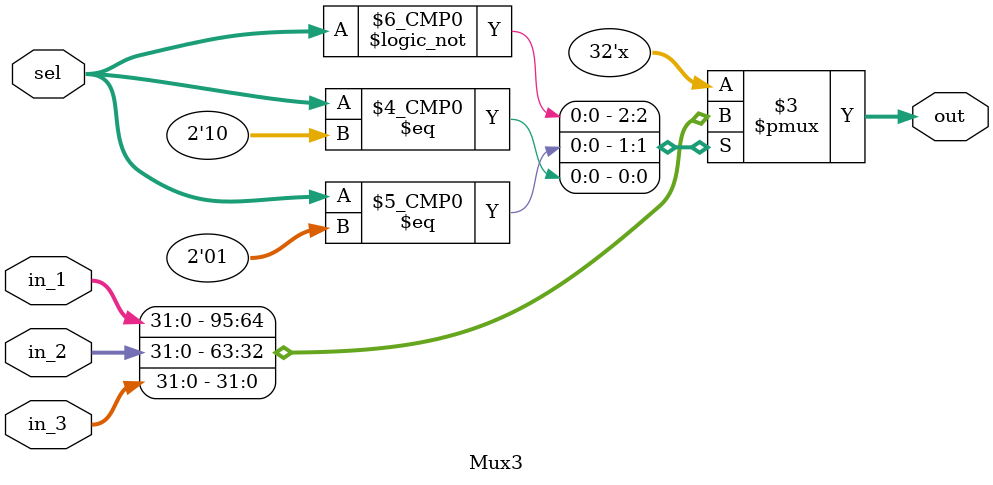
<source format=v>
module Mux3 (
    input [1:0] sel,
    input [31:0] in_1,
    input [31:0] in_2,
    input [31:0] in_3,
    output reg [31:0] out
);

always @(*)
begin
    case(sel)
    2'b00:
    begin
        out = in_1;
    end
    2'b01:
    begin
        out = in_2;
    end
    2'b10:
    begin
        out = in_3;
    end
    endcase
end

endmodule
</source>
